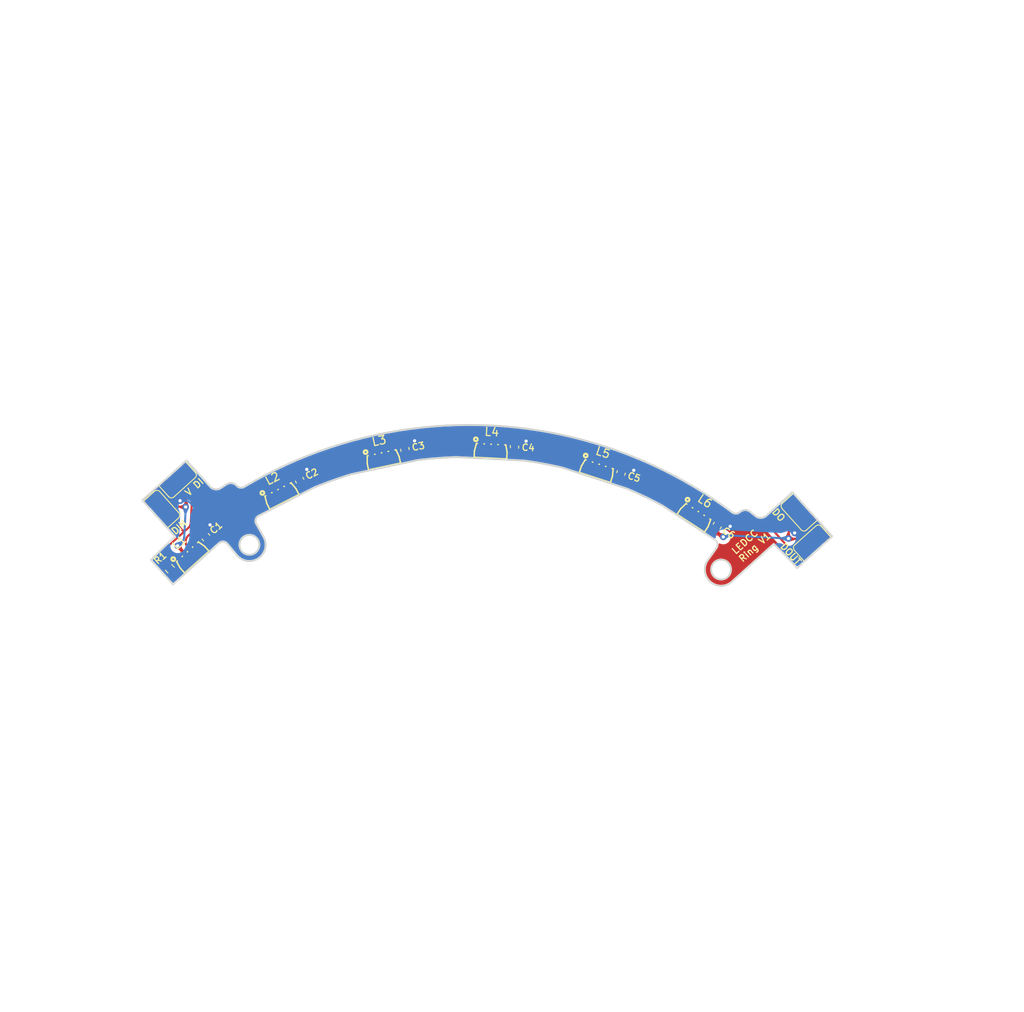
<source format=kicad_pcb>
(kicad_pcb (version 20240108) (generator "pcbnew") (generator_version "8.0")
  (layers (0 "F.Cu" signal) (31 "B.Cu" signal) (34 "B.Paste" user) (35 "F.Paste" user) (36 "B.SilkS" user "B.Silkscreen") (37 "F.SilkS" user "F.Silkscreen") (38 "B.Mask" user) (39 "F.Mask" user) (44 "Edge.Cuts" user))
  (net 0 "")
  (net 1 "Net-(L1-DIN)")
  (net 2 "Net-(L1-DOUT)")
  (net 3 "Net-(L2-DOUT)")
  (net 4 "Net-(L3-DOUT)")
  (net 5 "Net-(L4-DOUT)")
  (net 6 "Net-(L5-DOUT)")
  (net 7 "GND")
  (net 8 "VDD")
  (net 9 "DOUT")
  (net 10 "DIN")
  (footprint "Library:LED-SMD_WS2812B-4020" (layer "F.Cu") (at 192.769097 60.960199 147)
    (property "Reference" "L6" (at 0 1.500001 -33) (layer "F.SilkS"))
    (property "Value" "WS2812B-4020")
    (fp_line (start 2 -1.7) (end 2 -0.899999) (stroke (width 0.18)) (layer "F.SilkS"))
    (fp_line (start 2 -0.899999) (end 1.8 0) (stroke (width 0.18)) (layer "F.SilkS"))
    (fp_line (start 1.8 0) (end 1.680001 0) (stroke (width 0.18)) (layer "F.SilkS"))
    (fp_line (start 0.88 0) (end 0.83 -0.000001) (stroke (width 0.18)) (layer "F.SilkS"))
    (fp_line (start 0.03 0) (end -0.02 0) (stroke (width 0.18)) (layer "F.SilkS"))
    (fp_line (start -0.82 0) (end -0.87 0) (stroke (width 0.18)) (layer "F.SilkS"))
    (fp_line (start -2 -1.7) (end 2 -1.7) (stroke (width 0.18)) (layer "F.SilkS"))
    (fp_line (start -2 -0.9) (end -2 -1.7) (stroke (width 0.18)) (layer "F.SilkS"))
    (fp_line (start -1.67 0) (end -1.8 0) (stroke (width 0.18)) (layer "F.SilkS"))
    (fp_line (start -1.8 0) (end -2 -0.9) (stroke (width 0.18)) (layer "F.SilkS"))
    (fp_circle (center 1.9 0.499999) (end 2 0.499999) (stroke (width 0.25)) (fill none) (layer "F.SilkS"))
    (pad "1" smd rect (at 1.270001 0 147) (size 0.42 1.3) (layers "F.Cu" "F.Paste" "F.Mask") (net 6 "Net-(L5-DOUT)"))
    (pad "2" smd rect (at 0.43 0 327) (size 0.42 1.3) (layers "F.Cu" "F.Paste" "F.Mask") (net 8 "VDD"))
    (pad "3" smd rect (at -0.43 0 327) (size 0.42 1.3) (layers "F.Cu" "F.Paste" "F.Mask") (net 9 "DOUT"))
    (pad "4" smd rect (at -1.270001 0 327) (size 0.42 1.3) (layers "F.Cu" "F.Paste" "F.Mask") (net 7 "GND"))
  )
  (footprint "Resistor_SMD:R_0603_1608Metric" (layer "F.Cu") (at 128.09744 67.961481 -48)
    (property "Reference" "R1" (at -1.749999 0 -138) (layer "F.SilkS") (effects (font (size 0.8 0.8))))
    (property "Value" "330")
    (fp_line (start -0.237258 0.5225) (end 0.237258 0.5225) (stroke (width 0.12)) (layer "F.SilkS"))
    (fp_line (start -0.237258 -0.5225) (end 0.237258 -0.5225) (stroke (width 0.12)) (layer "F.SilkS"))
    (pad "1" smd roundrect (at -0.825 0.000001 312) (size 0.8 0.95) (layers "F.Cu" "F.Paste" "F.Mask") (net 10 "DIN"))
    (pad "2" smd roundrect (at 0.825 -0.000001 312) (size 0.8 0.95) (layers "F.Cu" "F.Paste" "F.Mask") (net 1 "Net-(L1-DIN)"))
  )
  (footprint "Library:Led-Jumper" (layer "F.Cu") (at 127.248421 60.517579 -48)
    (property "Reference" "J1" (hide yes))
    (property "Value" "In")
    (fp_line (start -2.2 -0.6) (end -2.2 1.15) (stroke (width 0.12)) (layer "F.SilkS"))
    (fp_line (start 2.2 -0.6) (end 2.2 1.15) (stroke (width 0.12)) (layer "F.SilkS"))
    (fp_line (start 1.75 -1.05) (end -1.75 -1.050001) (stroke (width 0.12)) (layer "F.SilkS"))
    (fp_arc (start -2.2 -0.6) (mid -2.068198 -0.918198) (end -1.75 -1.050001) (stroke (width 0.12)) (layer "F.SilkS"))
    (fp_arc (start 1.75 -1.05) (mid 2.068198 -0.918198) (end 2.2 -0.6) (stroke (width 0.12)) (layer "F.SilkS"))
    (pad "1" smd roundrect (at -1.5 0.1125 312) (size 1 1.975) (layers "F.Cu" "F.Mask") (chamfer_ratio 0) (chamfer bottom_left bottom_right) (net 7 "GND"))
    (pad "2" smd roundrect (at 0 0.1125 312) (size 1 1.975) (layers "F.Cu" "F.Mask") (chamfer_ratio 0) (chamfer bottom_left bottom_right) (net 8 "VDD"))
    (pad "3" smd roundrect (at 1.5 0.1125 312) (size 1 1.975) (layers "F.Cu" "F.Mask") (chamfer_ratio 0) (chamfer bottom_left bottom_right) (net 10 "DIN"))
  )
  (footprint "Capacitor_SMD:C_0603_1608Metric" (layer "F.Cu") (at 183.308783 56.230073 72)
    (property "Reference" "C5" (at 0.000001 1.6764 -18) (layer "F.SilkS") (effects (font (size 0.8 0.8))))
    (property "Value" "100nF")
    (fp_line (start -0.14058 -0.51) (end 0.14058 -0.51) (stroke (width 0.12)) (layer "F.SilkS"))
    (fp_line (start -0.14058 0.51) (end 0.14058 0.51) (stroke (width 0.12)) (layer "F.SilkS"))
    (pad "1" smd roundrect (at -0.775 0 72) (size 0.9 0.95) (layers "F.Cu" "F.Paste" "F.Mask") (net 8 "VDD"))
    (pad "2" smd roundrect (at 0.775 0 72) (size 0.9 0.95) (layers "F.Cu" "F.Paste" "F.Mask") (net 7 "GND"))
  )
  (footprint "Library:LED-SMD_WS2812B-4020" (layer "F.Cu") (at 154.012735 53.777132 -168)
    (property "Reference" "L3" (at 0 1.499999 -168) (layer "F.SilkS"))
    (property "Value" "WS2812B-4020")
    (fp_line (start 2 -0.9) (end 1.8 0) (stroke (width 0.18)) (layer "F.SilkS"))
    (fp_line (start 1.8 0) (end 1.68 0) (stroke (width 0.18)) (layer "F.SilkS"))
    (fp_line (start 2 -1.7) (end 2 -0.9) (stroke (width 0.18)) (layer "F.SilkS"))
    (fp_line (start 0.88 0) (end 0.830001 0) (stroke (width 0.18)) (layer "F.SilkS"))
    (fp_line (start 0.03 0) (end -0.02 0) (stroke (width 0.18)) (layer "F.SilkS"))
    (fp_line (start -0.82 0) (end -0.87 0) (stroke (width 0.18)) (layer "F.SilkS"))
    (fp_line (start -1.67 0.000001) (end -1.8 0) (stroke (width 0.18)) (layer "F.SilkS"))
    (fp_line (start -1.8 0) (end -2 -0.9) (stroke (width 0.18)) (layer "F.SilkS"))
    (fp_line (start -2 -0.9) (end -2 -1.7) (stroke (width 0.18)) (layer "F.SilkS"))
    (fp_line (start -2 -1.7) (end 2 -1.7) (stroke (width 0.18)) (layer "F.SilkS"))
    (fp_circle (center 1.9 0.5) (end 2 0.5) (stroke (width 0.25)) (fill none) (layer "F.SilkS"))
    (pad "1" smd rect (at 1.27 0 192) (size 0.42 1.3) (layers "F.Cu" "F.Paste" "F.Mask") (net 3 "Net-(L2-DOUT)"))
    (pad "2" smd rect (at 0.43 0 12) (size 0.42 1.3) (layers "F.Cu" "F.Paste" "F.Mask") (net 8 "VDD"))
    (pad "3" smd rect (at -0.43 0 12) (size 0.42 1.3) (layers "F.Cu" "F.Paste" "F.Mask") (net 4 "Net-(L3-DOUT)"))
    (pad "4" smd rect (at -1.27 0 12) (size 0.42 1.3) (layers "F.Cu" "F.Paste" "F.Mask") (net 7 "GND"))
  )
  (footprint "Capacitor_SMD:C_0603_1608Metric" (layer "F.Cu") (at 195.078431 62.674047 57)
    (property "Reference" "C6" (at 0.000001 1.6764 -33) (layer "F.SilkS") (effects (font (size 0.8 0.8))))
    (property "Value" "100nF")
    (fp_line (start -0.140579 -0.51) (end 0.14058 -0.51) (stroke (width 0.12)) (layer "F.SilkS"))
    (fp_line (start -0.14058 0.51) (end 0.140579 0.51) (stroke (width 0.12)) (layer "F.SilkS"))
    (pad "1" smd roundrect (at -0.775 0 57) (size 0.9 0.95) (layers "F.Cu" "F.Paste" "F.Mask") (net 8 "VDD"))
    (pad "2" smd roundrect (at 0.775 0 57) (size 0.9 0.95) (layers "F.Cu" "F.Paste" "F.Mask") (net 7 "GND"))
  )
  (footprint "Library:LED-SMD_WS2812B-4020" (layer "F.Cu") (at 141.339676 58.264897 -153)
    (property "Reference" "L2" (at -0.000001 1.5 -153) (layer "F.SilkS"))
    (property "Value" "WS2812B-4020")
    (fp_line (start 1.8 0) (end 1.68 0) (stroke (width 0.18)) (layer "F.SilkS"))
    (fp_line (start 2 -0.9) (end 1.8 0) (stroke (width 0.18)) (layer "F.SilkS"))
    (fp_line (start 2 -1.7) (end 2 -0.9) (stroke (width 0.18)) (layer "F.SilkS"))
    (fp_line (start 0.88 0) (end 0.83 0) (stroke (width 0.18)) (layer "F.SilkS"))
    (fp_line (start 0.03 0) (end -0.02 0) (stroke (width 0.18)) (layer "F.SilkS"))
    (fp_line (start -0.82 0) (end -0.87 0) (stroke (width 0.18)) (layer "F.SilkS"))
    (fp_line (start -1.67 0) (end -1.8 0) (stroke (width 0.18)) (layer "F.SilkS"))
    (fp_line (start -1.8 0) (end -1.999999 -0.9) (stroke (width 0.18)) (layer "F.SilkS"))
    (fp_line (start -1.999999 -0.9) (end -2 -1.7) (stroke (width 0.18)) (layer "F.SilkS"))
    (fp_line (start -2 -1.7) (end 2 -1.7) (stroke (width 0.18)) (layer "F.SilkS"))
    (fp_circle (center 1.9 0.5) (end 2 0.5) (stroke (width 0.25)) (fill none) (layer "F.SilkS"))
    (pad "1" smd rect (at 1.27 0 207) (size 0.42 1.3) (layers "F.Cu" "F.Paste" "F.Mask") (net 2 "Net-(L1-DOUT)"))
    (pad "2" smd rect (at 0.43 0 27) (size 0.42 1.3) (layers "F.Cu" "F.Paste" "F.Mask") (net 8 "VDD"))
    (pad "3" smd rect (at -0.43 0 27) (size 0.42 1.3) (layers "F.Cu" "F.Paste" "F.Mask") (net 3 "Net-(L2-DOUT)"))
    (pad "4" smd rect (at -1.27 0 27) (size 0.42 1.3) (layers "F.Cu" "F.Paste" "F.Mask") (net 7 "GND"))
  )
  (footprint "Library:LED-SMD_WS2812B-4020" (layer "F.Cu") (at 180.634562 55.172324 162)
    (property "Reference" "L5" (at 0.000001 1.500001 -18) (layer "F.SilkS"))
    (property "Value" "WS2812B-4020")
    (fp_line (start 2 -1.7) (end 2 -0.9) (stroke (width 0.18)) (layer "F.SilkS"))
    (fp_line (start 2 -0.9) (end 1.8 0) (stroke (width 0.18)) (layer "F.SilkS"))
    (fp_line (start 1.8 0) (end 1.68 0) (stroke (width 0.18)) (layer "F.SilkS"))
    (fp_line (start 0.88 0) (end 0.83 0) (stroke (width 0.18)) (layer "F.SilkS"))
    (fp_line (start 0.03 0) (end -0.02 0) (stroke (width 0.18)) (layer "F.SilkS"))
    (fp_line (start -0.82 0) (end -0.87 0) (stroke (width 0.18)) (layer "F.SilkS"))
    (fp_line (start -2 -1.7) (end 2 -1.7) (stroke (width 0.18)) (layer "F.SilkS"))
    (fp_line (start -1.67 0) (end -1.8 0) (stroke (width 0.18)) (layer "F.SilkS"))
    (fp_line (start -2 -0.9) (end -2 -1.7) (stroke (width 0.18)) (layer "F.SilkS"))
    (fp_line (start -1.8 0) (end -2 -0.9) (stroke (width 0.18)) (layer "F.SilkS"))
    (fp_circle (center 1.9 0.5) (end 2 0.5) (stroke (width 0.25)) (fill none) (layer "F.SilkS"))
    (pad "1" smd rect (at 1.27 0 162) (size 0.42 1.3) (layers "F.Cu" "F.Paste" "F.Mask") (net 5 "Net-(L4-DOUT)"))
    (pad "2" smd rect (at 0.43 0 342) (size 0.42 1.3) (layers "F.Cu" "F.Paste" "F.Mask") (net 8 "VDD"))
    (pad "3" smd rect (at -0.43 0 342) (size 0.42 1.3) (layers "F.Cu" "F.Paste" "F.Mask") (net 6 "Net-(L5-DOUT)"))
    (pad "4" smd rect (at -1.27 0 342) (size 0.42 1.3) (layers "F.Cu" "F.Paste" "F.Mask") (net 7 "GND"))
  )
  (footprint "Capacitor_SMD:C_0603_1608Metric" (layer "F.Cu") (at 170.272353 53.051881 87)
    (property "Reference" "C4" (at 0.000002 1.676399 -3) (layer "F.SilkS") (effects (font (size 0.8 0.8))))
    (property "Value" "100nF")
    (fp_line (start -0.14058 -0.51) (end 0.14058 -0.51) (stroke (width 0.12)) (layer "F.SilkS"))
    (fp_line (start -0.14058 0.51) (end 0.14058 0.51) (stroke (width 0.12)) (layer "F.SilkS"))
    (pad "1" smd roundrect (at -0.775 0 87) (size 0.9 0.95) (layers "F.Cu" "F.Paste" "F.Mask") (net 8 "VDD"))
    (pad "2" smd roundrect (at 0.775 0 87) (size 0.9 0.95) (layers "F.Cu" "F.Paste" "F.Mask") (net 7 "GND"))
  )
  (footprint "Capacitor_SMD:C_0603_1608Metric" (layer "F.Cu") (at 156.857553 53.35606 102)
    (property "Reference" "C3" (at 0.000001 1.6764 12) (layer "F.SilkS") (effects (font (size 0.8 0.8))))
    (property "Value" "100nF")
    (fp_line (start -0.14058 -0.51) (end 0.14058 -0.51) (stroke (width 0.12)) (layer "F.SilkS"))
    (fp_line (start -0.14058 0.51) (end 0.14058 0.51) (stroke (width 0.12)) (layer "F.SilkS"))
    (pad "1" smd roundrect (at -0.775 0.000001 102) (size 0.9 0.95) (layers "F.Cu" "F.Paste" "F.Mask") (net 8 "VDD"))
    (pad "2" smd roundrect (at 0.775 -0.000001 102) (size 0.9 0.95) (layers "F.Cu" "F.Paste" "F.Mask") (net 7 "GND"))
  )
  (footprint "Library:Led-Jumper" (layer "F.Cu") (at 204.959978 61.191499 132)
    (property "Reference" "J4" (hide yes))
    (property "Value" "Out")
    (fp_line (start 1.75 -1.05) (end -1.75 -1.050001) (stroke (width 0.12)) (layer "F.SilkS"))
    (fp_line (start 2.2 -0.6) (end 2.2 1.15) (stroke (width 0.12)) (layer "F.SilkS"))
    (fp_line (start -2.2 -0.6) (end -2.2 1.15) (stroke (width 0.12)) (layer "F.SilkS"))
    (fp_arc (start 1.75 -1.05) (mid 2.068198 -0.918198) (end 2.2 -0.6) (stroke (width 0.12)) (layer "F.SilkS"))
    (fp_arc (start -2.2 -0.6) (mid -2.068198 -0.918198) (end -1.75 -1.050001) (stroke (width 0.12)) (layer "F.SilkS"))
    (pad "1" smd roundrect (at -1.5 0.1125 132) (size 1 1.975) (layers "F.Cu" "F.Mask") (chamfer_ratio 0) (chamfer bottom_left bottom_right) (net 7 "GND"))
    (pad "2" smd roundrect (at 0 0.1125 132) (size 1 1.975) (layers "F.Cu" "F.Mask") (chamfer_ratio 0) (chamfer bottom_left bottom_right) (net 8 "VDD"))
    (pad "3" smd roundrect (at 1.5 0.1125 132) (size 1 1.975) (layers "F.Cu" "F.Mask") (chamfer_ratio 0) (chamfer bottom_left bottom_right) (net 9 "DOUT"))
  )
  (footprint "Library:Led-Jumper" (layer "F.Cu") (at 129.191401 57.220637 -138)
    (property "Reference" "J3" (hide yes))
    (property "Value" "In")
    (fp_line (start 2.2 -0.6) (end 2.2 1.15) (stroke (width 0.12)) (layer "F.SilkS"))
    (fp_line (start 1.75 -1.05) (end -1.75 -1.050001) (stroke (width 0.12)) (layer "F.SilkS"))
    (fp_line (start -2.2 -0.6) (end -2.2 1.15) (stroke (width 0.12)) (layer "F.SilkS"))
    (fp_arc (start 1.75 -1.05) (mid 2.068198 -0.918198) (end 2.2 -0.6) (stroke (width 0.12)) (layer "F.SilkS"))
    (fp_arc (start -2.2 -0.6) (mid -2.068198 -0.918198) (end -1.75 -1.050001) (stroke (width 0.12)) (layer "F.SilkS"))
    (pad "1" smd roundrect (at 1.5 0.1125 222) (size 1 1.975) (layers "F.Cu" "F.Mask") (chamfer_ratio 0) (chamfer bottom_left bottom_right) (net 7 "GND"))
    (pad "2" smd roundrect (at 0 0.1125 222) (size 1 1.975) (layers "F.Cu" "F.Mask") (chamfer_ratio 0) (chamfer bottom_left bottom_right) (net 8 "VDD"))
    (pad "3" smd roundrect (at -1.5 0.1125 222) (size 1 1.975) (layers "F.Cu" "F.Mask") (chamfer_ratio 0) (chamfer bottom_left bottom_right) (net 10 "DIN"))
  )
  (footprint "Capacitor_SMD:C_0603_1608Metric" (layer "F.Cu") (at 143.978579 57.12188 117)
    (property "Reference" "C2" (at 0.000001 1.676398 27) (layer "F.SilkS") (effects (font (size 0.8 0.8))))
    (property "Value" "100nF")
    (fp_line (start -0.14058 -0.51) (end 0.14058 -0.51) (stroke (width 0.12)) (layer "F.SilkS"))
    (fp_line (start -0.14058 0.51) (end 0.14058 0.51) (stroke (width 0.12)) (layer "F.SilkS"))
    (pad "1" smd roundrect (at -0.775 0 117) (size 0.9 0.95) (layers "F.Cu" "F.Paste" "F.Mask") (net 8 "VDD"))
    (pad "2" smd roundrect (at 0.775 0 117) (size 0.9 0.95) (layers "F.Cu" "F.Paste" "F.Mask") (net 7 "GND"))
  )
  (footprint "MountingHole:MountingHole_2.2mm_M2" (layer "F.Cu") (at 137.833161 65.030869 42)
    (property "Reference" "H1" (hide yes))
    (property "Value" "MountingHole")
    (pad "" np_thru_hole circle (at 0 0 42) (size 2.2 2.2) (drill 2.2) (layers "*.Cu" "*.Mask"))
  )
  (footprint "Library:Led-Jumper" (layer "F.Cu") (at 206.547688 64.673477 42)
    (property "Reference" "J2" (hide yes))
    (property "Value" "Out")
    (fp_line (start -2.2 -0.6) (end -2.2 1.15) (stroke (width 0.12)) (layer "F.SilkS"))
    (fp_line (start 1.75 -1.05) (end -1.75 -1.050001) (stroke (width 0.12)) (layer "F.SilkS"))
    (fp_line (start 2.2 -0.6) (end 2.2 1.15) (stroke (width 0.12)) (layer "F.SilkS"))
    (fp_arc (start -2.2 -0.6) (mid -2.068198 -0.918198) (end -1.75 -1.050001) (stroke (width 0.12)) (layer "F.SilkS"))
    (fp_arc (start 1.75 -1.05) (mid 2.068198 -0.918198) (end 2.2 -0.6) (stroke (width 0.12)) (layer "F.SilkS"))
    (pad "1" smd roundrect (at 1.5 0.1125 42) (size 1 1.975) (layers "F.Cu" "F.Mask") (chamfer_ratio 0) (chamfer bottom_left bottom_right) (net 7 "GND"))
    (pad "2" smd roundrect (at 0 0.1125 42) (size 1 1.975) (layers "F.Cu" "F.Mask") (chamfer_ratio 0) (chamfer bottom_left bottom_right) (net 8 "VDD"))
    (pad "3" smd roundrect (at -1.5 0.1125 42) (size 1 1.975) (layers "F.Cu" "F.Mask") (chamfer_ratio 0) (chamfer bottom_left bottom_right) (net 9 "DOUT"))
  )
  (footprint "Library:LED-SMD_WS2812B-4020" (layer "F.Cu") (at 167.415488 52.722313 177)
    (property "Reference" "L4" (at -0.000001 1.500001 -3) (layer "F.SilkS"))
    (property "Value" "WS2812B-4020")
    (fp_line (start 2 -1.7) (end 2 -0.9) (stroke (width 0.18)) (layer "F.SilkS"))
    (fp_line (start 2 -0.9) (end 1.8 0) (stroke (width 0.18)) (layer "F.SilkS"))
    (fp_line (start 1.8 0) (end 1.68 0) (stroke (width 0.18)) (layer "F.SilkS"))
    (fp_line (start 0.88 0) (end 0.83 0) (stroke (width 0.18)) (layer "F.SilkS"))
    (fp_line (start 0.03 0) (end -0.02 0) (stroke (width 0.18)) (layer "F.SilkS"))
    (fp_line (start -0.82 0) (end -0.87 0) (stroke (width 0.18)) (layer "F.SilkS"))
    (fp_line (start -1.67 0) (end -1.8 0) (stroke (width 0.18)) (layer "F.SilkS"))
    (fp_line (start -1.8 0) (end -2 -0.899999) (stroke (width 0.18)) (layer "F.SilkS"))
    (fp_line (start -2 -1.7) (end 2 -1.7) (stroke (width 0.18)) (layer "F.SilkS"))
    (fp_line (start -2 -0.899999) (end -2 -1.7) (stroke (width 0.18)) (layer "F.SilkS"))
    (fp_circle (center 1.9 0.5) (end 2 0.5) (stroke (width 0.25)) (fill none) (layer "F.SilkS"))
    (pad "1" smd rect (at 1.270001 0 177) (size 0.42 1.3) (layers "F.Cu" "F.Paste" "F.Mask") (net 4 "Net-(L3-DOUT)"))
    (pad "2" smd rect (at 0.43 0 357) (size 0.42 1.3) (layers "F.Cu" "F.Paste" "F.Mask") (net 8 "VDD"))
    (pad "3" smd rect (at -0.43 0 357) (size 0.42 1.3) (layers "F.Cu" "F.Paste" "F.Mask") (net 5 "Net-(L4-DOUT)"))
    (pad "4" smd rect (at -1.270001 0 357) (size 0.42 1.3) (layers "F.Cu" "F.Paste" "F.Mask") (net 7 "GND"))
  )
  (footprint "MountingHole:MountingHole_2.2mm_M2" (layer "F.Cu") (at 195.549166 68.055637 42)
    (property "Reference" "H2" (hide yes))
    (property "Value" "MountingHole")
    (pad "" np_thru_hole circle (at 0 0 42) (size 2.2 2.2) (drill 2.2) (layers "*.Cu" "*.Mask"))
  )
  (footprint "Library:LED-SMD_WS2812B-4020" (layer "F.Cu") (at 130.25996 65.879775 -138)
    (property "Reference" "L1" (at -0.000001 1.5 -138) (layer "F.SilkS"))
    (property "Value" "WS2812B-4020")
    (fp_line (start 1.8 0) (end 1.679999 0) (stroke (width 0.18)) (layer "F.SilkS"))
    (fp_line (start 2 -0.9) (end 1.8 0) (stroke (width 0.18)) (layer "F.SilkS"))
    (fp_line (start 0.88 0) (end 0.83 0) (stroke (width 0.18)) (layer "F.SilkS"))
    (fp_line (start 2 -1.699999) (end 2 -0.9) (stroke (width 0.18)) (layer "F.SilkS"))
    (fp_line (start 0.03 0) (end -0.02 0) (stroke (width 0.18)) (layer "F.SilkS"))
    (fp_line (start -0.82 0) (end -0.87 0) (stroke (width 0.18)) (layer "F.SilkS"))
    (fp_line (start -1.67 0) (end -1.8 0) (stroke (width 0.18)) (layer "F.SilkS"))
    (fp_line (start -1.8 0) (end -2 -0.9) (stroke (width 0.18)) (layer "F.SilkS"))
    (fp_line (start -2 -0.9) (end -2 -1.7) (stroke (width 0.18)) (layer "F.SilkS"))
    (fp_line (start -2 -1.7) (end 2 -1.699999) (stroke (width 0.18)) (layer "F.SilkS"))
    (fp_circle (center 1.9 0.499999) (end 2 0.5) (stroke (width 0.25)) (fill none) (layer "F.SilkS"))
    (pad "1" smd rect (at 1.27 0 222) (size 0.42 1.3) (layers "F.Cu" "F.Paste" "F.Mask") (net 1 "Net-(L1-DIN)"))
    (pad "2" smd rect (at 0.43 0 42) (size 0.42 1.3) (layers "F.Cu" "F.Paste" "F.Mask") (net 8 "VDD"))
    (pad "3" smd rect (at -0.43 0 42) (size 0.42 1.3) (layers "F.Cu" "F.Paste" "F.Mask") (net 2 "Net-(L1-DOUT)"))
    (pad "4" smd rect (at -1.27 0 42) (size 0.42 1.3) (layers "F.Cu" "F.Paste" "F.Mask") (net 7 "GND"))
  )
  (footprint "Capacitor_SMD:C_0603_1608Metric" (layer "F.Cu") (at 132.513111 64.092707 132)
    (property "Reference" "C1" (at 0.000002 1.676399 42) (layer "F.SilkS") (effects (font (size 0.8 0.8))))
    (property "Value" "100nF")
    (fp_line (start -0.14058 -0.51) (end 0.14058 -0.51) (stroke (width 0.12)) (layer "F.SilkS"))
    (fp_line (start -0.14058 0.51) (end 0.14058 0.51) (stroke (width 0.12)) (layer "F.SilkS"))
    (pad "1" smd roundrect (at -0.775 0 132) (size 0.9 0.95) (layers "F.Cu" "F.Paste" "F.Mask") (net 8 "VDD"))
    (pad "2" smd roundrect (at 0.775 0 132) (size 0.9 0.95) (layers "F.Cu" "F.Paste" "F.Mask") (net 7 "GND"))
  )
  (gr_arc (start 171.423914 54.734856) (mid 173.808183 55.117295) (end 176.171143 55.614703) (stroke (width 0.2)) (layer "Edge.Cuts"))
  (gr_line (start 158.405461 54.683642) (end 150.368491 56.391953) (stroke (width 0.2)) (layer "Edge.Cuts"))
  (gr_line (start 196.98514 69.448582) (end 201.992635 64.939814) (stroke (width 0.2)) (layer "Edge.Cuts"))
  (gr_arc (start 197.82731 61.023545) (mid 198.46706 60.765228) (end 199.121828 60.982682) (stroke (width 0.2)) (layer "Edge.Cuts"))
  (gr_line (start 183.98552 58.153747) (end 176.171143 55.614703) (stroke (width 0.2)) (layer "Edge.Cuts"))
  (gr_arc (start 137.182417 57.933651) (mid 136.718364 58.024253) (end 136.302551 57.799167) (stroke (width 0.2)) (layer "Edge.Cuts"))
  (gr_arc (start 134.330428 58.070256) (mid 133.652859 58.227347) (end 133.036744 57.904579) (stroke (width 0.2)) (layer "Edge.Cuts"))
  (gr_arc (start 134.12319 64.823446) (mid 134.643423 64.64554) (end 135.13166 64.898324) (stroke (width 0.2)) (layer "Edge.Cuts"))
  (gr_line (start 135.13166 64.898324) (end 136.290076 66.303225) (stroke (width 0.2)) (layer "Edge.Cuts"))
  (gr_arc (start 194.789309 64.418395) (mid 195.095748 64.874846) (end 194.977994 65.411883) (stroke (width 0.2)) (layer "Edge.Cuts"))
  (gr_arc (start 137.182417 57.933651) (mid 167.535861 50.425466) (end 196.938207 61.065318) (stroke (width 0.2)) (layer "Edge.Cuts"))
  (gr_line (start 134.12319 64.823446) (end 128.491816 69.893959) (stroke (width 0.2)) (layer "Edge.Cuts"))
  (gr_line (start 138.67755 62.461301) (end 139.573999 64.046248) (stroke (width 0.2)) (layer "Edge.Cuts"))
  (gr_arc (start 199.121828 60.982682) (mid 199.442022 61.239799) (end 199.760295 61.499291) (stroke (width 0.2)) (layer "Edge.Cuts"))
  (gr_arc (start 139.573999 64.046248) (mid 138.965971 66.679141) (end 136.290076 66.303225) (stroke (width 0.2)) (layer "Edge.Cuts"))
  (gr_line (start 171.423914 54.734856) (end 163.218654 54.304837) (stroke (width 0.2)) (layer "Edge.Cuts"))
  (gr_circle (center 195.549166 68.055637) (end 196.44094 67.25268) (stroke (width 0.2)) (fill none) (layer "Edge.Cuts"))
  (gr_line (start 193.920785 66.894442) (end 194.977994 65.411883) (stroke (width 0.2)) (layer "Edge.Cuts"))
  (gr_arc (start 138.67755 62.461301) (mid 138.616527 61.914882) (end 138.969051 61.49298) (stroke (width 0.2)) (layer "Edge.Cuts"))
  (gr_line (start 128.491816 69.893959) (end 125.780918 66.883202) (stroke (width 0.2)) (layer "Edge.Cuts"))
  (gr_arc (start 197.82731 61.023545) (mid 197.390248 61.203964) (end 196.938207 61.065318) (stroke (width 0.2)) (layer "Edge.Cuts"))
  (gr_arc (start 183.98552 58.153747) (mid 186.189565 59.140248) (end 188.34327 60.232288) (stroke (width 0.2)) (layer "Edge.Cuts"))
  (gr_line (start 204.85734 67.877514) (end 209.167649 63.996497) (stroke (width 0.2)) (layer "Edge.Cuts"))
  (gr_line (start 204.282995 58.571538) (end 201.064209 61.469747) (stroke (width 0.2)) (layer "Edge.Cuts"))
  (gr_line (start 209.167649 63.996497) (end 204.282995 58.571538) (stroke (width 0.2)) (layer "Edge.Cuts"))
  (gr_arc (start 135.019395 57.623216) (mid 135.693305 57.475397) (end 136.302551 57.799167) (stroke (width 0.2)) (layer "Edge.Cuts"))
  (gr_arc (start 196.950801 69.48232) (mid 194.250286 69.576449) (end 193.920785 66.894442) (stroke (width 0.2)) (layer "Edge.Cuts"))
  (gr_line (start 138.969051 61.49298) (end 145.817345 58.003598) (stroke (width 0.2)) (layer "Edge.Cuts"))
  (gr_line (start 128.728424 64.029384) (end 124.713578 59.570446) (stroke (width 0.2)) (layer "Edge.Cuts"))
  (gr_line (start 196.950801 69.48232) (end 196.98514 69.448582) (stroke (width 0.2)) (layer "Edge.Cuts"))
  (gr_arc (start 125.780918 66.883202) (mid 127.227507 65.428237) (end 128.728424 64.029384) (stroke (width 0.2)) (layer "Edge.Cuts"))
  (gr_arc (start 134.330428 58.070256) (mid 134.67408 57.845455) (end 135.019395 57.623216) (stroke (width 0.2)) (layer "Edge.Cuts"))
  (gr_arc (start 145.817345 58.003598) (mid 148.073403 57.142668) (end 150.368491 56.391953) (stroke (width 0.2)) (layer "Edge.Cuts"))
  (gr_line (start 130.138534 54.685792) (end 133.036744 57.904579) (stroke (width 0.2)) (layer "Edge.Cuts"))
  (gr_arc (start 201.064209 61.469747) (mid 200.417732 61.726342) (end 199.760295 61.499291) (stroke (width 0.2)) (layer "Edge.Cuts"))
  (gr_circle (center 137.833161 65.030869) (end 138.724935 64.227912) (stroke (width 0.2)) (fill none) (layer "Edge.Cuts"))
  (gr_arc (start 158.405461 54.683642) (mid 160.807471 54.435956) (end 163.218654 54.304837) (stroke (width 0.2)) (layer "Edge.Cuts"))
  (gr_line (start 130.138534 54.685792) (end 124.713578 59.570446) (stroke (width 0.2)) (layer "Edge.Cuts"))
  (gr_arc (start 201.992635 64.939814) (mid 203.452849 66.381495) (end 204.85734 67.877514) (stroke (width 0.2)) (layer "Edge.Cuts"))
  (gr_line (start 194.789309 64.418395) (end 188.34327 60.232288) (stroke (width 0.2)) (layer "Edge.Cuts"))
  (gr_text "DIN" (at 128.732061 63.9587 42) (layer "F.SilkS") (effects (font (size 0.8 0.8) (thickness 0.15) (bold yes)) (justify left bottom)))
  (gr_text "LEDCC\nRing V1" (at 198.160203 67.314044 42) (layer "F.SilkS") (effects (font (size 0.8 0.8) (thickness 0.15) (bold yes)) (justify left bottom)))
  (gr_text "DI" (at 131.399231 58.327651 42) (layer "F.SilkS") (effects (font (size 0.8 0.8) (thickness 0.15) (bold yes)) (justify left bottom)))
  (gr_text "DO" (at 201.614983 61.009789 -48) (layer "F.SilkS") (effects (font (size 0.8 0.8) (thickness 0.15) (bold yes)) (justify left bottom)))
  (gr_text "V" (at 130.4 59.23 42) (layer "F.SilkS") (effects (font (size 0.8 0.8) (thickness 0.15) (bold yes)) (justify left bottom)))
  (gr_text "DOUT" (at 202.623223 65.246691 -48) (layer "F.SilkS") (effects (font (size 0.8 0.8) (thickness 0.15) (bold yes)) (justify left bottom)))
  (segment (start 129.269381 67.62228) (end 129.316166 66.72957) (width 0.25) (layer "F.Cu") (net 1))
  (segment (start 128.649472 68.574575) (end 128.939883 68.313089) (width 0.25) (layer "F.Cu") (net 1))
  (arc (start 129.269381 67.62228) (mid 129.173337 68.000455) (end 128.939883 68.313089) (width 0.25) (layer "F.Cu") (net 1))
  (segment (start 132.545294 61.938165) (end 130.374144 63.893079) (width 0.25) (layer "F.Cu") (net 2))
  (segment (start 130.044643 64.583887) (end 130.034972 64.768417) (width 0.25) (layer "F.Cu") (net 2))
  (segment (start 130.162716 65.12915) (end 130.579513 65.592049) (width 0.25) (layer "F.Cu") (net 2))
  (segment (start 134.137659 62.04911) (end 134.111677 62.020255) (width 0.25) (layer "F.Cu") (net 2))
  (segment (start 133.420869 61.690757) (end 133.266761 61.682681) (width 0.25) (layer "F.Cu") (net 2))
  (arc (start 133.266761 61.682681) (mid 132.880619 61.738667) (end 132.545294 61.938165) (width 0.25) (layer "F.Cu") (net 2))
  (arc (start 134.137659 62.04911) (mid 134.483062 62.213859) (end 134.843795 62.086118) (width 0.25) (layer "F.Cu") (net 2))
  (arc (start 134.848955 62.084234) (mid 137.466525 60.343027) (end 140.185283 58.764473) (width 0.25) (layer "F.Cu") (net 2))
  (arc (start 134.111677 62.020255) (mid 133.799045 61.786801) (end 133.420869 61.690757) (width 0.25) (layer "F.Cu") (net 2))
  (arc (start 130.044643 64.583887) (mid 130.140687 64.205713) (end 130.374144 63.893079) (width 0.25) (layer "F.Cu") (net 2))
  (arc (start 130.034972 64.768417) (mid 130.062968 64.961489) (end 130.162716 65.12915) (width 0.25) (layer "F.Cu") (net 2))
  (segment (start 141.440022 57.51468) (end 141.722808 58.069682) (width 0.25) (layer "F.Cu") (net 3))
  (segment (start 145.477077 55.03672) (end 145.330311 54.989033) (width 0.25) (layer "F.Cu") (net 3))
  (segment (start 141.467096 56.957438) (end 141.409996 57.133176) (width 0.25) (layer "F.Cu") (net 3))
  (segment (start 144.567302 55.049083) (end 141.964164 56.375449) (width 0.25) (layer "F.Cu") (net 3))
  (arc (start 146.076697 55.568367) (mid 146.367689 55.816899) (end 146.749194 55.786875) (width 0.25) (layer "F.Cu") (net 3))
  (arc (start 146.754665 55.786411) (mid 149.733701 54.78201) (end 152.76838 53.960912) (width 0.25) (layer "F.Cu") (net 3))
  (arc (start 145.330298 54.98903) (mid 144.942822 54.94317) (end 144.56729 55.049082) (width 0.25) (layer "F.Cu") (net 3))
  (arc (start 141.467106 56.957438) (mid 141.657756 56.617008) (end 141.964173 56.37545) (width 0.25) (layer "F.Cu") (net 3))
  (arc (start 141.410009 57.13317) (mid 141.387079 57.326909) (end 141.440034 57.514675) (width 0.25) (layer "F.Cu") (net 3))
  (arc (start 146.059078 55.533782) (mid 145.81752 55.227369) (end 145.477088 55.036716) (width 0.25) (layer "F.Cu") (net 3))
  (segment (start 154.474209 52.547202) (end 154.373569 52.702173) (width 0.25) (layer "F.Cu") (net 4))
  (segment (start 158.84467 51.72979) (end 158.715248 51.645742) (width 0.25) (layer "F.Cu") (net 4))
  (segment (start 157.962696 51.506265) (end 155.104967 52.113694) (width 0.25) (layer "F.Cu") (net 4))
  (segment (start 154.303832 53.07845) (end 154.433338 53.68773) (width 0.25) (layer "F.Cu") (net 4))
  (arc (start 154.373575 52.702156) (mid 154.301282 52.883357) (end 154.303836 53.078431) (width 0.25) (layer "F.Cu") (net 4))
  (arc (start 159.286267 52.398512) (mid 159.503021 52.71389) (end 159.879297 52.783628) (width 0.25) (layer "F.Cu") (net 4))
  (arc (start 159.278183 52.360561) (mid 159.124162 52.002068) (end 158.844674 51.729802) (width 0.25) (layer "F.Cu") (net 4))
  (arc (start 158.715254 51.645741) (mid 158.352852 51.501157) (end 157.962703 51.506264) (width 0.25) (layer "F.Cu") (net 4))
  (arc (start 154.474218 52.547208) (mid 154.746482 52.26772) (end 155.104977 52.113698) (width 0.25) (layer "F.Cu") (net 4))
  (arc (start 159.884693 52.784601) (mid 163.022179 52.585455) (end 166.165968 52.577769) (width 0.25) (layer "F.Cu") (net 4))
  (segment (start 171.818602 51.551149) (end 168.901035 51.398247) (width 0.25) (layer "F.Cu") (net 5))
  (segment (start 168.179568 51.65373) (end 168.042248 51.777374) (width 0.25) (layer "F.Cu") (net 5))
  (segment (start 167.877499 52.122778) (end 167.844899 52.744816) (width 0.25) (layer "F.Cu") (net 5))
  (segment (start 172.612671 51.995329) (end 172.509412 51.880648) (width 0.25) (layer "F.Cu") (net 5))
  (arc (start 172.509393 51.880667) (mid 172.19676 51.647212) (end 171.818585 51.551168) (width 0.25) (layer "F.Cu") (net 5))
  (arc (start 168.179541 51.653765) (mid 168.514864 51.454268) (end 168.901008 51.398281) (width 0.25) (layer "F.Cu") (net 5))
  (arc (start 173.344295 53.283329) (mid 176.426416 53.90301) (end 179.465073 54.709258) (width 0.25) (layer "F.Cu") (net 5))
  (arc (start 172.868145 52.716812) (mid 172.812157 52.33067) (end 172.61266 51.995346) (width 0.25) (layer "F.Cu") (net 5))
  (arc (start 172.866194 52.755576) (mid 172.993936 53.11631) (end 173.33934 53.281058) (width 0.25) (layer "F.Cu") (net 5))
  (arc (start 168.042272 51.777336) (mid 167.925546 51.933654) (end 167.877523 52.122741) (width 0.25) (layer "F.Cu") (net 5))
  (segment (start 185.190764 55.180675) (end 182.412183 54.27786) (width 0.25) (layer "F.Cu") (net 6))
  (segment (start 185.842813 55.81524) (end 185.772753 55.677741) (width 0.25) (layer "F.Cu") (net 6))
  (segment (start 181.236 54.712793) (end 181.043516 55.305201) (width 0.25) (layer "F.Cu") (net 6))
  (segment (start 181.649176 54.33791) (end 181.484535 54.421799) (width 0.25) (layer "F.Cu") (net 6))
  (arc (start 181.48457 54.421746) (mid 181.331361 54.542526) (end 181.236038 54.712742) (width 0.25) (layer "F.Cu") (net 6))
  (arc (start 185.902912 56.578223) (mid 185.948772 56.190746) (end 185.842862 55.815214) (width 0.25) (layer "F.Cu") (net 6))
  (arc (start 185.772744 55.677761) (mid 185.531185 55.371347) (end 185.190754 55.180696) (width 0.25) (layer "F.Cu") (net 6))
  (arc (start 181.649146 54.337934) (mid 182.024677 54.232023) (end 182.412154 54.277885) (width 0.25) (layer "F.Cu") (net 6))
  (arc (start 185.890876 56.615154) (mid 185.920902 56.996659) (end 186.211895 57.245191) (width 0.25) (layer "F.Cu") (net 6))
  (arc (start 186.216141 57.248716) (mid 189.032857 58.644992) (end 191.759301 60.210229) (width 0.25) (layer "F.Cu") (net 6))
  (segment (start 193.834208 61.651891) (end 194.329515 61.973545) (width 0.25) (layer "F.Cu") (net 7))
  (segment (start 168.683748 52.788779) (end 169.273525 52.819688) (width 0.25) (layer "F.Cu") (net 7))
  (segment (start 126.207568 59.436319) (end 127.619545 58.164971) (width 0.25) (layer "F.Cu") (net 7))
  (segment (start 156.696422 52.597996) (end 158.041572 52.312076) (width 0.25) (layer "F.Cu") (net 7))
  (segment (start 143.626737 56.431351) (end 144.852048 55.807022) (width 0.25) (layer "F.Cu") (net 7))
  (segment (start 131.203754 65.029979) (end 131.642644 64.634801) (width 0.25) (layer "F.Cu") (net 7))
  (segment (start 128.043228 58.187174) (end 129.348031 59.636308) (width 0.25) (layer "F.Cu") (net 7))
  (segment (start 181.842403 55.564774) (end 182.404083 55.747276) (width 0.25) (layer "F.Cu") (net 7))
  (segment (start 195.500524 62.024078) (end 196.653866 62.773066) (width 0.25) (layer "F.Cu") (net 7))
  (segment (start 207.695862 63.70694) (end 206.424514 62.294965) (width 0.25) (layer "F.Cu") (net 7))
  (segment (start 155.254982 53.513085) (end 155.832662 53.390295) (width 0.25) (layer "F.Cu") (net 7))
  (segment (start 206.000832 62.272759) (end 204.551699 63.577564) (width 0.25) (layer "F.Cu") (net 7))
  (segment (start 133.016507 62.596581) (end 133.016848 62.590083) (width 0.25) (layer "F.Cu") (net 7))
  (segment (start 170.312914 52.277945) (end 171.68623 52.349917) (width 0.25) (layer "F.Cu") (net 7))
  (segment (start 131.994533 63.51677) (end 133.016507 62.596581) (width 0.25) (layer "F.Cu") (net 7))
  (segment (start 142.471255 57.688329) (end 142.997469 57.42021) (width 0.25) (layer "F.Cu") (net 7))
  (segment (start 183.548271 55.493005) (end 184.856166 55.917964) (width 0.25) (layer "F.Cu") (net 7))
  (via (at 129.348031 59.636308) (size 0.8) (drill 0.4) (layers "F.Cu" "B.Cu") (net 7))
  (via (at 144.854059 55.800833) (size 0.8) (drill 0.4) (layers "F.Cu" "B.Cu") (net 7))
  (via (at 196.66023 62.771714) (size 0.8) (drill 0.4) (layers "F.Cu" "B.Cu") (net 7))
  (via (at 133.016848 62.590083) (size 0.8) (drill 0.4) (layers "F.Cu" "B.Cu") (net 7))
  (via (at 171.691064 52.345563) (size 0.8) (drill 0.4) (layers "F.Cu" "B.Cu") (net 7))
  (via (at 184.861963 55.915011) (size 0.8) (drill 0.4) (layers "F.Cu" "B.Cu") (net 7))
  (via (at 204.551699 63.577564) (size 0.8) (drill 0.4) (layers "F.Cu" "B.Cu") (net 7))
  (via (at 158.045115 52.306618) (size 0.8) (drill 0.4) (layers "F.Cu" "B.Cu") (net 7))
  (arc (start 183.167073 55.687264) (mid 182.791541 55.793176) (end 182.404064 55.747314) (width 0.25) (layer "F.Cu") (net 7))
  (arc (start 195.082061 62.112982) (mid 194.691913 62.118089) (end 194.32951 61.973504) (width 0.25) (layer "F.Cu") (net 7))
  (arc (start 131.972144 63.943992) (mid 131.8761 64.322168) (end 131.642644 64.634801) (width 0.25) (layer "F.Cu") (net 7))
  (arc (start 169.994977 52.564249) (mid 169.659653 52.763744) (end 169.27351 52.819733) (width 0.25) (layer "F.Cu") (net 7))
  (arc (start 156.463443 52.956791) (mid 156.191178 53.236278) (end 155.832683 53.390299) (width 0.25) (layer "F.Cu") (net 7))
  (arc (start 143.494546 56.838215) (mid 143.303895 57.178645) (end 142.99748 57.420203) (width 0.25) (layer "F.Cu") (net 7))
  (segment (start 129.348031 59.636308) (end 130.097003 59.675559) (width 0.25) (layer "B.Cu") (net 7))
  (segment (start 204.458162 63.473681) (end 204.551699 63.577564) (width 0.25) (layer "B.Cu") (net 7))
  (segment (start 130.615109 59.922683) (end 133.016848 62.590083) (width 0.25) (layer "B.Cu") (net 7))
  (segment (start 144.843349 55.810478) (end 144.854059 55.800833) (width 0.25) (layer "B.Cu") (net 7))
  (segment (start 196.66023 62.771714) (end 203.767353 63.144183) (width 0.25) (layer "B.Cu") (net 7))
  (arc (start 184.861963 55.915011) (mid 190.98634 58.957025) (end 196.661216 62.772474) (width 0.25) (layer "B.Cu") (net 7))
  (arc (start 158.045115 52.306618) (mid 164.869989 51.87889) (end 171.692299 52.345728) (width 0.25) (layer "B.Cu") (net 7))
  (arc (start 171.691064 52.345563) (mid 178.394092 53.698816) (end 184.863111 55.915491) (width 0.25) (layer "B.Cu") (net 7))
  (arc (start 144.854059 55.800833) (mid 151.335677 53.621272) (end 158.04635 52.306459) (width 0.25) (layer "B.Cu") (net 7))
  (arc (start 133.016848 62.590083) (mid 138.713498 58.807223) (end 144.855211 55.80036) (width 0.25) (layer "B.Cu") (net 7))
  (arc (start 130.097003 59.675559) (mid 130.380635 59.747592) (end 130.615109 59.922683) (width 0.25) (layer "B.Cu") (net 7))
  (arc (start 203.767353 63.144183) (mid 204.145527 63.240226) (end 204.458162 63.473681) (width 0.25) (layer "B.Cu") (net 7))
  (segment (start 153.899013 54.822323) (end 154.039162 54.913336) (width 0.25) (layer "F.Cu") (net 8))
  (segment (start 194.657862 63.316645) (end 195.811202 64.065632) (width 0.25) (layer "F.Cu") (net 8))
  (segment (start 141.500344 59.303909) (end 141.659274 59.355548) (width 0.25) (layer "F.Cu") (net 8))
  (segment (start 180.013481 56.020624) (end 180.089346 56.16952) (width 0.25) (layer "F.Cu") (net 8))
  (segment (start 130.74945 66.84717) (end 130.900715 66.855098) (width 0.25) (layer "F.Cu") (net 8))
  (segment (start 192.408468 60.726004) (end 192.031092 61.307113) (width 0.25) (layer "F.Cu") (net 8))
  (segment (start 206.296969 64.395026) (end 203.789748 64.263628) (width 0.25) (layer "F.Cu") (net 8))
  (segment (start 167.035125 53.702458) (end 167.146943 53.826642) (width 0.25) (layer "F.Cu") (net 8))
  (segment (start 129.059377 65.144182) (end 129.942629 66.125133) (width 0.25) (layer "F.Cu") (net 8))
  (segment (start 133.006121 65.156443) (end 133.031685 64.668645) (width 0.25) (layer "F.Cu") (net 8))
  (segment (start 191.949622 61.618848) (end 191.984365 61.782306) (width 0.25) (layer "F.Cu") (net 8))
  (segment (start 166.986077 52.699808) (end 166.949814 53.391751) (width 0.25) (layer "F.Cu") (net 8))
  (segment (start 131.261446 66.727356) (end 133.006121 65.156443) (width 0.25) (layer "F.Cu") (net 8))
  (segment (start 203.879081 62.558869) (end 203.789738 64.263637) (width 0.25) (layer "F.Cu") (net 8))
  (segment (start 127.526875 60.26686) (end 130.034095 60.398257) (width 0.25) (layer "F.Cu") (net 8))
  (segment (start 129.940408 66.167501) (end 130.404044 66.682421) (width 0.25) (layer "F.Cu") (net 8))
  (segment (start 130.034095 60.398257) (end 130.123438 58.693489) (width 0.25) (layer "F.Cu") (net 8))
  (segment (start 204.997135 61.158044) (end 204.208581 61.868061) (width 0.25) (layer "F.Cu") (net 8))
  (segment (start 129.867952 57.972023) (end 129.157944 57.183479) (width 0.25) (layer "F.Cu") (net 8))
  (segment (start 153.59213 53.866535) (end 153.736191 54.544288) (width 0.25) (layer "F.Cu") (net 8))
  (segment (start 140.956544 58.460113) (end 141.27111 59.077485) (width 0.25) (layer "F.Cu") (net 8))
  (segment (start 180.225608 55.039445) (end 180.011492 55.698426) (width 0.25) (layer "F.Cu") (net 8))
  (via (at 203.789738 64.263637) (size 0.8) (drill 0.4) (layers "F.Cu" "B.Cu") (net 8))
  (via (at 130.034104 60.398269) (size 0.8) (drill 0.4) (layers "F.Cu" "B.Cu") (net 8))
  (via (at 195.817567 64.06428) (size 0.8) (drill 0.4) (layers "F.Cu" "B.Cu") (net 8))
  (via (at 129.059377 65.144182) (size 0.8) (drill 0.4) (layers "F.Cu" "B.Cu") (net 8))
  (arc (start 183.021805 57.20974) (mid 188.982169 59.994557) (end 194.528866 63.532248) (width 0.25) (layer "F.Cu") (net 8))
  (arc (start 153.736178 54.544279) (mid 153.795547 54.695973) (end 153.898999 54.822317) (width 0.25) (layer "F.Cu") (net 8))
  (arc (start 144.468384 58.017533) (mid 150.652159 55.772083) (end 157.075792 54.3515) (width 0.25) (layer "F.Cu") (net 8))
  (arc (start 133.218038 64.83107) (mid 138.60994 61.061654) (end 144.44702 58.026918) (width 0.25) (layer "F.Cu") (net 8))
  (arc (start 192.031089 61.307061) (mid 191.965807 61.456304) (end 191.94962 61.618795) (width 0.25) (layer "F.Cu") (net 8))
  (arc (start 129.867952 57.972023) (mid 130.067449 58.307346) (end 130.123438 58.693489) (width 0.25) (layer "F.Cu") (net 8))
  (arc (start 170.248713 54.072442) (mid 176.726743 55.219713) (end 183.000063 57.201269) (width 0.25) (layer "F.Cu") (net 8))
  (arc (start 130.74945 66.84717) (mid 130.560361 66.799149) (end 130.404044 66.682421) (width 0.25) (layer "F.Cu") (net 8))
  (arc (start 180.011511 55.698403) (mid 179.987078 55.859456) (end 180.0135 56.020602) (width 0.25) (layer "F.Cu") (net 8))
  (arc (start 157.098857 54.347965) (mid 163.653091 53.779506) (end 170.225519 54.069888) (width 0.25) (layer "F.Cu") (net 8))
  (arc (start 141.271095 59.077481) (mid 141.367703 59.208639) (end 141.500331 59.303904) (width 0.25) (layer "F.Cu") (net 8))
  (arc (start 204.208581 61.868061) (mid 203.975126 62.180694) (end 203.879081 62.558869) (width 0.25) (layer "F.Cu") (net 8))
  (arc (start 166.949805 53.391725) (mid 166.967892 53.553615) (end 167.035118 53.702432) (width 0.25) (layer "F.Cu") (net 8))
  (arc (start 130.900715 66.855098) (mid 131.093785 66.827104) (end 131.261446 66.727356) (width 0.25) (layer "F.Cu") (net 8))
  (segment (start 129.861356 64.02795) (end 130.050618 60.41661) (width 0.25) (layer "B.Cu") (net 8))
  (segment (start 130.050618 60.41661) (end 130.034104 60.398269) (width 0.25) (layer "B.Cu") (net 8))
  (segment (start 196.046832 63.857849) (end 203.789738 64.263637) (width 0.25) (layer "B.Cu") (net 8))
  (segment (start 129.059377 65.144182) (end 129.531857 64.718757) (width 0.25) (layer "B.Cu") (net 8))
  (segment (start 195.817567 64.06428) (end 196.046832 63.857849) (width 0.25) (layer "B.Cu") (net 8))
  (arc (start 129.531857 64.718757) (mid 129.765311 64.406125) (end 129.861356 64.02795) (width 0.25) (layer "B.Cu") (net 8))
  (segment (start 194.430335 60.417446) (end 195.227161 60.459207) (width 0.25) (layer "F.Cu") (net 9))
  (segment (start 195.91797 60.788705) (end 197.012268 62.004048) (width 0.25) (layer "F.Cu") (net 9))
  (segment (start 193.129725 61.194393) (end 193.708868 60.672931) (width 0.25) (layer "F.Cu") (net 9))
  (segment (start 201.520517 62.826906) (end 203.776538 65.332472) (width 0.25) (layer "F.Cu") (net 9))
  (segment (start 197.703077 62.333548) (end 200.829707 62.497407) (width 0.25) (layer "F.Cu") (net 9))
  (segment (start 203.993439 60.043325) (end 201.243803 62.519109) (width 0.25) (layer "F.Cu") (net 9))
  (segment (start 205.466426 65.714331) (end 204.467347 65.661972) (width 0.25) (layer "F.Cu") (net 9))
  (segment (start 201.243803 62.519109) (end 200.829707 62.497407) (width 0.25) (layer "F.Cu") (net 9))
  (arc (start 194.430335 60.417446) (mid 194.044191 60.473434) (end 193.708868 60.672931) (width 0.25) (layer "F.Cu") (net 9))
  (arc (start 197.012268 62.004048) (mid 197.324901 62.237503) (end 197.703077 62.333548) (width 0.25) (layer "F.Cu") (net 9))
  (arc (start 200.829707 62.497407) (mid 201.207882 62.593451) (end 201.520517 62.826906) (width 0.25) (layer "F.Cu") (net 9))
  (arc (start 195.91797 60.788705) (mid 195.605336 60.55525) (end 195.227161 60.459207) (width 0.25) (layer "F.Cu") (net 9))
  (arc (start 203.776538 65.332472) (mid 204.089171 65.565927) (end 204.467347 65.661972) (width 0.25) (layer "F.Cu") (net 9))
  (segment (start 129.820875 63.4493) (end 128.21496 61.665753) (width 0.25) (layer "F.Cu") (net 10))
  (segment (start 130.330977 62.990003) (end 129.820875 63.4493) (width 0.25) (layer "F.Cu") (net 10))
  (segment (start 130.920531 57.337038) (end 130.660476 62.299193) (width 0.25) (layer "F.Cu") (net 10))
  (segment (start 127.545406 67.348387) (end 127.625497 65.820155) (width 0.25) (layer "F.Cu") (net 10))
  (segment (start 127.954998 65.129345) (end 129.820875 63.4493) (width 0.25) (layer "F.Cu") (net 10))
  (arc (start 127.625497 65.820155) (mid 127.721542 65.441978) (end 127.954998 65.129345) (width 0.25) (layer "F.Cu") (net 10))
  (arc (start 130.330977 62.990003) (mid 130.564432 62.67737) (end 130.660476 62.299193) (width 0.25) (layer "F.Cu") (net 10))
  (arc (start 130.665047 56.615571) (mid 130.864544 56.950894) (end 130.920531 57.337038) (width 0.25) (layer "F.Cu") (net 10))
  (zone (net 7) (net_name "GND") (layers "F&B.Cu") (connect_pads (clearance 0.5)) (min_thickness 0.25) (fill yes (thermal_gap 0.5) (thermal_bridge_width 0.5))
    (polygon (pts (xy 107.316163 60.137151) (xy 174.400726 -1.633228) (xy 232.621525 64.54591) (xy 165.932514 122.200429)))
  )
)
</source>
